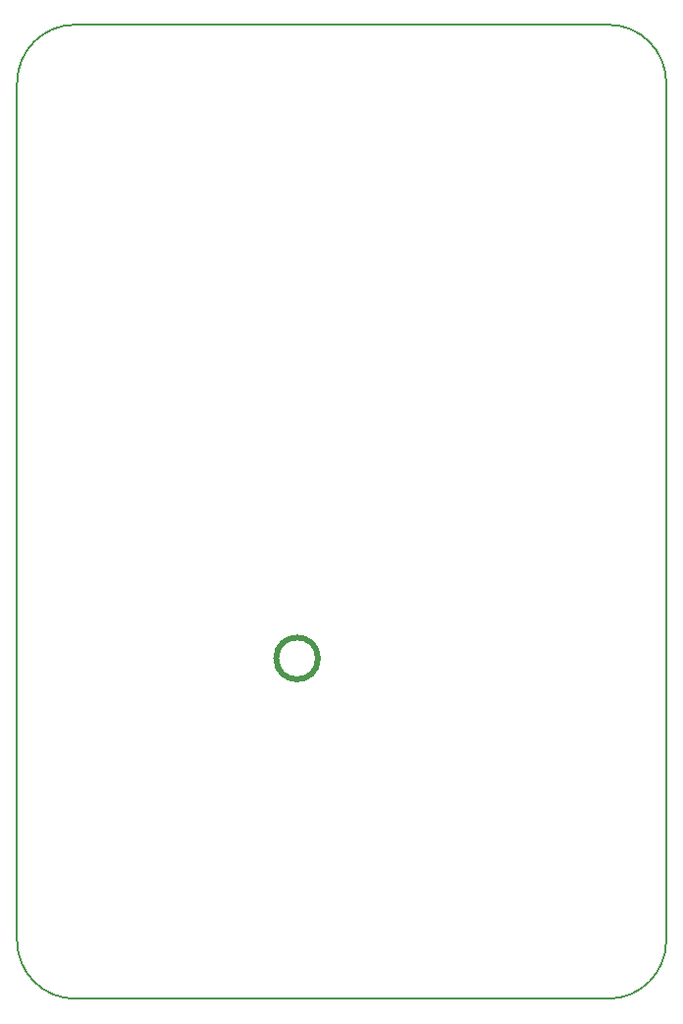
<source format=gm1>
%TF.GenerationSoftware,KiCad,Pcbnew,5.0.2+dfsg1-1*%
%TF.CreationDate,2022-04-10T03:47:20-07:00*%
%TF.ProjectId,keygame-batpack,6b657967-616d-4652-9d62-61747061636b,rev?*%
%TF.SameCoordinates,Original*%
%TF.FileFunction,Profile,NP*%
%FSLAX46Y46*%
G04 Gerber Fmt 4.6, Leading zero omitted, Abs format (unit mm)*
G04 Created by KiCad (PCBNEW 5.0.2+dfsg1-1) date Sun 10 Apr 2022 03:47:20 AM PDT*
%MOMM*%
%LPD*%
G01*
G04 APERTURE LIST*
%ADD10C,0.500000*%
%ADD11C,0.150000*%
G04 APERTURE END LIST*
D10*
X145392776Y-109310000D02*
G75*
G03X145392776Y-109310000I-1802776J0D01*
G01*
D11*
X124440000Y-54660000D02*
X170440000Y-54660000D01*
X124440000Y-138660000D02*
X170440000Y-138660000D01*
X175440000Y-133660000D02*
X175440000Y-59660000D01*
X119440000Y-59660000D02*
X119440000Y-133660000D01*
X170440000Y-54660000D02*
G75*
G02X175440000Y-59660000I0J-5000000D01*
G01*
X175440000Y-133660000D02*
G75*
G02X170440000Y-138660000I-5000000J0D01*
G01*
X124440000Y-138660000D02*
G75*
G02X119440000Y-133660000I0J5000000D01*
G01*
X119440000Y-59660000D02*
G75*
G02X124440000Y-54660000I5000000J0D01*
G01*
M02*

</source>
